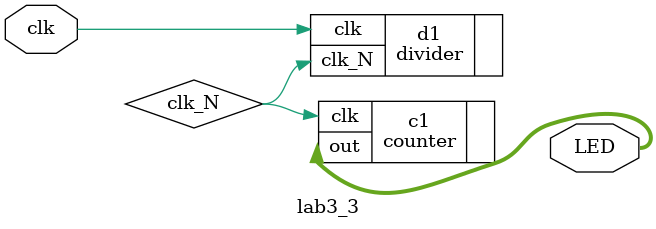
<source format=v>
`timescale 1ns / 1ps


module lab3_3(clk, LED);
    input clk;
    wire clk_N;
    output [2:0] LED;
    divider d1(.clk(clk), .clk_N(clk_N));
    counter c1(.clk(clk_N), .out(LED[2:0]));
endmodule

</source>
